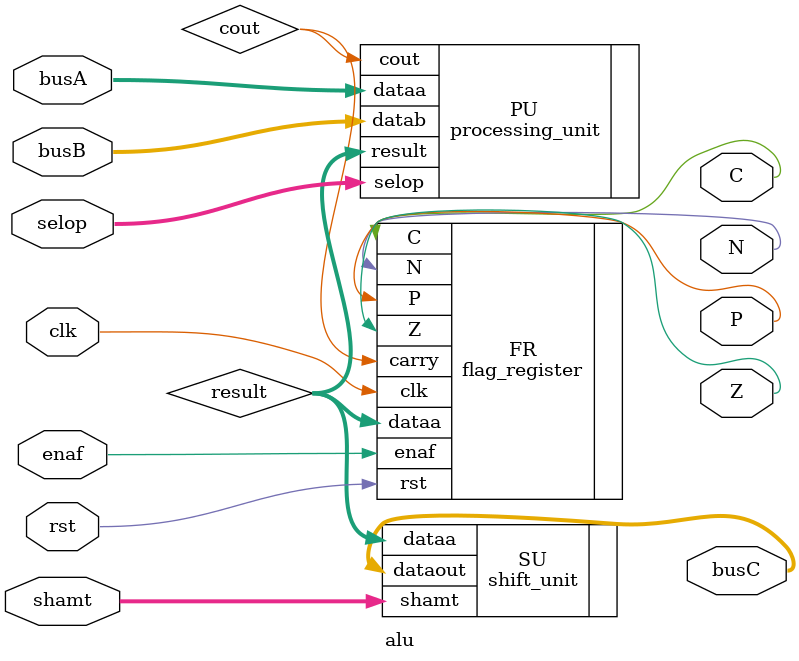
<source format=v>
module alu #(
        parameter MAX_WIDTH = 8
)(
        input wire clk,
        input wire rst,
        input wire [MAX_WIDTH-1:0] busA,
        input wire [MAX_WIDTH-1:0] busB,
        input wire [2:0] selop,
        input wire [1:0] shamt,
        input wire enaf,
        output wire [MAX_WIDTH-1:0] busC,
        output wire C,
        output wire N,
        output wire P,
        output wire Z
);

wire [MAX_WIDTH-1:0] result;
wire cout;

processing_unit #( .N(MAX_WIDTH)) PU (
    .dataa(busA),
    .datab(busB),
     .selop(selop),
     .cout(cout),
    .result(result)
 );

shift_unit #(.N(MAX_WIDTH)) SU (
    .dataa(result),
    .dataout(busC),
    .shamt(shamt)
);

flag_register FR (
    .carry(cout),
     .clk(clk),
     .dataa(result),
     .enaf(enaf),
     .rst(rst),
     .C(C),
     .N(N),
     .P(P),
     .Z(Z)
);
endmodule
</source>
